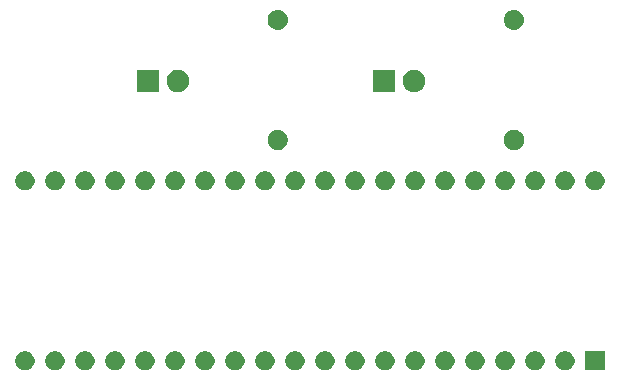
<source format=gbr>
G04 #@! TF.GenerationSoftware,KiCad,Pcbnew,(5.1.2)-2*
G04 #@! TF.CreationDate,2020-01-23T10:25:16+01:00*
G04 #@! TF.ProjectId,JoeyJoebags,4a6f6579-4a6f-4656-9261-67732e6b6963,rev?*
G04 #@! TF.SameCoordinates,Original*
G04 #@! TF.FileFunction,Soldermask,Bot*
G04 #@! TF.FilePolarity,Negative*
%FSLAX46Y46*%
G04 Gerber Fmt 4.6, Leading zero omitted, Abs format (unit mm)*
G04 Created by KiCad (PCBNEW (5.1.2)-2) date 2020-01-23 10:25:16*
%MOMM*%
%LPD*%
G04 APERTURE LIST*
%ADD10C,0.100000*%
G04 APERTURE END LIST*
D10*
G36*
X190829800Y-107700800D02*
G01*
X189204200Y-107700800D01*
X189204200Y-106075200D01*
X190829800Y-106075200D01*
X190829800Y-107700800D01*
X190829800Y-107700800D01*
G37*
G36*
X164854085Y-106106435D02*
G01*
X165002004Y-106167705D01*
X165002005Y-106167706D01*
X165135130Y-106256657D01*
X165248343Y-106369870D01*
X165248344Y-106369872D01*
X165337295Y-106502996D01*
X165398565Y-106650915D01*
X165429800Y-106807945D01*
X165429800Y-106968055D01*
X165398565Y-107125085D01*
X165337295Y-107273004D01*
X165337294Y-107273005D01*
X165248343Y-107406130D01*
X165135130Y-107519343D01*
X165068115Y-107564121D01*
X165002004Y-107608295D01*
X164854085Y-107669565D01*
X164697055Y-107700800D01*
X164536945Y-107700800D01*
X164379915Y-107669565D01*
X164231996Y-107608295D01*
X164165885Y-107564121D01*
X164098870Y-107519343D01*
X163985657Y-107406130D01*
X163896706Y-107273005D01*
X163896705Y-107273004D01*
X163835435Y-107125085D01*
X163804200Y-106968055D01*
X163804200Y-106807945D01*
X163835435Y-106650915D01*
X163896705Y-106502996D01*
X163985656Y-106369872D01*
X163985657Y-106369870D01*
X164098870Y-106256657D01*
X164231995Y-106167706D01*
X164231996Y-106167705D01*
X164379915Y-106106435D01*
X164536945Y-106075200D01*
X164697055Y-106075200D01*
X164854085Y-106106435D01*
X164854085Y-106106435D01*
G37*
G36*
X141994085Y-106106435D02*
G01*
X142142004Y-106167705D01*
X142142005Y-106167706D01*
X142275130Y-106256657D01*
X142388343Y-106369870D01*
X142388344Y-106369872D01*
X142477295Y-106502996D01*
X142538565Y-106650915D01*
X142569800Y-106807945D01*
X142569800Y-106968055D01*
X142538565Y-107125085D01*
X142477295Y-107273004D01*
X142477294Y-107273005D01*
X142388343Y-107406130D01*
X142275130Y-107519343D01*
X142208115Y-107564121D01*
X142142004Y-107608295D01*
X141994085Y-107669565D01*
X141837055Y-107700800D01*
X141676945Y-107700800D01*
X141519915Y-107669565D01*
X141371996Y-107608295D01*
X141305885Y-107564121D01*
X141238870Y-107519343D01*
X141125657Y-107406130D01*
X141036706Y-107273005D01*
X141036705Y-107273004D01*
X140975435Y-107125085D01*
X140944200Y-106968055D01*
X140944200Y-106807945D01*
X140975435Y-106650915D01*
X141036705Y-106502996D01*
X141125656Y-106369872D01*
X141125657Y-106369870D01*
X141238870Y-106256657D01*
X141371995Y-106167706D01*
X141371996Y-106167705D01*
X141519915Y-106106435D01*
X141676945Y-106075200D01*
X141837055Y-106075200D01*
X141994085Y-106106435D01*
X141994085Y-106106435D01*
G37*
G36*
X144534085Y-106106435D02*
G01*
X144682004Y-106167705D01*
X144682005Y-106167706D01*
X144815130Y-106256657D01*
X144928343Y-106369870D01*
X144928344Y-106369872D01*
X145017295Y-106502996D01*
X145078565Y-106650915D01*
X145109800Y-106807945D01*
X145109800Y-106968055D01*
X145078565Y-107125085D01*
X145017295Y-107273004D01*
X145017294Y-107273005D01*
X144928343Y-107406130D01*
X144815130Y-107519343D01*
X144748115Y-107564121D01*
X144682004Y-107608295D01*
X144534085Y-107669565D01*
X144377055Y-107700800D01*
X144216945Y-107700800D01*
X144059915Y-107669565D01*
X143911996Y-107608295D01*
X143845885Y-107564121D01*
X143778870Y-107519343D01*
X143665657Y-107406130D01*
X143576706Y-107273005D01*
X143576705Y-107273004D01*
X143515435Y-107125085D01*
X143484200Y-106968055D01*
X143484200Y-106807945D01*
X143515435Y-106650915D01*
X143576705Y-106502996D01*
X143665656Y-106369872D01*
X143665657Y-106369870D01*
X143778870Y-106256657D01*
X143911995Y-106167706D01*
X143911996Y-106167705D01*
X144059915Y-106106435D01*
X144216945Y-106075200D01*
X144377055Y-106075200D01*
X144534085Y-106106435D01*
X144534085Y-106106435D01*
G37*
G36*
X147074085Y-106106435D02*
G01*
X147222004Y-106167705D01*
X147222005Y-106167706D01*
X147355130Y-106256657D01*
X147468343Y-106369870D01*
X147468344Y-106369872D01*
X147557295Y-106502996D01*
X147618565Y-106650915D01*
X147649800Y-106807945D01*
X147649800Y-106968055D01*
X147618565Y-107125085D01*
X147557295Y-107273004D01*
X147557294Y-107273005D01*
X147468343Y-107406130D01*
X147355130Y-107519343D01*
X147288115Y-107564121D01*
X147222004Y-107608295D01*
X147074085Y-107669565D01*
X146917055Y-107700800D01*
X146756945Y-107700800D01*
X146599915Y-107669565D01*
X146451996Y-107608295D01*
X146385885Y-107564121D01*
X146318870Y-107519343D01*
X146205657Y-107406130D01*
X146116706Y-107273005D01*
X146116705Y-107273004D01*
X146055435Y-107125085D01*
X146024200Y-106968055D01*
X146024200Y-106807945D01*
X146055435Y-106650915D01*
X146116705Y-106502996D01*
X146205656Y-106369872D01*
X146205657Y-106369870D01*
X146318870Y-106256657D01*
X146451995Y-106167706D01*
X146451996Y-106167705D01*
X146599915Y-106106435D01*
X146756945Y-106075200D01*
X146917055Y-106075200D01*
X147074085Y-106106435D01*
X147074085Y-106106435D01*
G37*
G36*
X149614085Y-106106435D02*
G01*
X149762004Y-106167705D01*
X149762005Y-106167706D01*
X149895130Y-106256657D01*
X150008343Y-106369870D01*
X150008344Y-106369872D01*
X150097295Y-106502996D01*
X150158565Y-106650915D01*
X150189800Y-106807945D01*
X150189800Y-106968055D01*
X150158565Y-107125085D01*
X150097295Y-107273004D01*
X150097294Y-107273005D01*
X150008343Y-107406130D01*
X149895130Y-107519343D01*
X149828115Y-107564121D01*
X149762004Y-107608295D01*
X149614085Y-107669565D01*
X149457055Y-107700800D01*
X149296945Y-107700800D01*
X149139915Y-107669565D01*
X148991996Y-107608295D01*
X148925885Y-107564121D01*
X148858870Y-107519343D01*
X148745657Y-107406130D01*
X148656706Y-107273005D01*
X148656705Y-107273004D01*
X148595435Y-107125085D01*
X148564200Y-106968055D01*
X148564200Y-106807945D01*
X148595435Y-106650915D01*
X148656705Y-106502996D01*
X148745656Y-106369872D01*
X148745657Y-106369870D01*
X148858870Y-106256657D01*
X148991995Y-106167706D01*
X148991996Y-106167705D01*
X149139915Y-106106435D01*
X149296945Y-106075200D01*
X149457055Y-106075200D01*
X149614085Y-106106435D01*
X149614085Y-106106435D01*
G37*
G36*
X152154085Y-106106435D02*
G01*
X152302004Y-106167705D01*
X152302005Y-106167706D01*
X152435130Y-106256657D01*
X152548343Y-106369870D01*
X152548344Y-106369872D01*
X152637295Y-106502996D01*
X152698565Y-106650915D01*
X152729800Y-106807945D01*
X152729800Y-106968055D01*
X152698565Y-107125085D01*
X152637295Y-107273004D01*
X152637294Y-107273005D01*
X152548343Y-107406130D01*
X152435130Y-107519343D01*
X152368115Y-107564121D01*
X152302004Y-107608295D01*
X152154085Y-107669565D01*
X151997055Y-107700800D01*
X151836945Y-107700800D01*
X151679915Y-107669565D01*
X151531996Y-107608295D01*
X151465885Y-107564121D01*
X151398870Y-107519343D01*
X151285657Y-107406130D01*
X151196706Y-107273005D01*
X151196705Y-107273004D01*
X151135435Y-107125085D01*
X151104200Y-106968055D01*
X151104200Y-106807945D01*
X151135435Y-106650915D01*
X151196705Y-106502996D01*
X151285656Y-106369872D01*
X151285657Y-106369870D01*
X151398870Y-106256657D01*
X151531995Y-106167706D01*
X151531996Y-106167705D01*
X151679915Y-106106435D01*
X151836945Y-106075200D01*
X151997055Y-106075200D01*
X152154085Y-106106435D01*
X152154085Y-106106435D01*
G37*
G36*
X154694085Y-106106435D02*
G01*
X154842004Y-106167705D01*
X154842005Y-106167706D01*
X154975130Y-106256657D01*
X155088343Y-106369870D01*
X155088344Y-106369872D01*
X155177295Y-106502996D01*
X155238565Y-106650915D01*
X155269800Y-106807945D01*
X155269800Y-106968055D01*
X155238565Y-107125085D01*
X155177295Y-107273004D01*
X155177294Y-107273005D01*
X155088343Y-107406130D01*
X154975130Y-107519343D01*
X154908115Y-107564121D01*
X154842004Y-107608295D01*
X154694085Y-107669565D01*
X154537055Y-107700800D01*
X154376945Y-107700800D01*
X154219915Y-107669565D01*
X154071996Y-107608295D01*
X154005885Y-107564121D01*
X153938870Y-107519343D01*
X153825657Y-107406130D01*
X153736706Y-107273005D01*
X153736705Y-107273004D01*
X153675435Y-107125085D01*
X153644200Y-106968055D01*
X153644200Y-106807945D01*
X153675435Y-106650915D01*
X153736705Y-106502996D01*
X153825656Y-106369872D01*
X153825657Y-106369870D01*
X153938870Y-106256657D01*
X154071995Y-106167706D01*
X154071996Y-106167705D01*
X154219915Y-106106435D01*
X154376945Y-106075200D01*
X154537055Y-106075200D01*
X154694085Y-106106435D01*
X154694085Y-106106435D01*
G37*
G36*
X157234085Y-106106435D02*
G01*
X157382004Y-106167705D01*
X157382005Y-106167706D01*
X157515130Y-106256657D01*
X157628343Y-106369870D01*
X157628344Y-106369872D01*
X157717295Y-106502996D01*
X157778565Y-106650915D01*
X157809800Y-106807945D01*
X157809800Y-106968055D01*
X157778565Y-107125085D01*
X157717295Y-107273004D01*
X157717294Y-107273005D01*
X157628343Y-107406130D01*
X157515130Y-107519343D01*
X157448115Y-107564121D01*
X157382004Y-107608295D01*
X157234085Y-107669565D01*
X157077055Y-107700800D01*
X156916945Y-107700800D01*
X156759915Y-107669565D01*
X156611996Y-107608295D01*
X156545885Y-107564121D01*
X156478870Y-107519343D01*
X156365657Y-107406130D01*
X156276706Y-107273005D01*
X156276705Y-107273004D01*
X156215435Y-107125085D01*
X156184200Y-106968055D01*
X156184200Y-106807945D01*
X156215435Y-106650915D01*
X156276705Y-106502996D01*
X156365656Y-106369872D01*
X156365657Y-106369870D01*
X156478870Y-106256657D01*
X156611995Y-106167706D01*
X156611996Y-106167705D01*
X156759915Y-106106435D01*
X156916945Y-106075200D01*
X157077055Y-106075200D01*
X157234085Y-106106435D01*
X157234085Y-106106435D01*
G37*
G36*
X159774085Y-106106435D02*
G01*
X159922004Y-106167705D01*
X159922005Y-106167706D01*
X160055130Y-106256657D01*
X160168343Y-106369870D01*
X160168344Y-106369872D01*
X160257295Y-106502996D01*
X160318565Y-106650915D01*
X160349800Y-106807945D01*
X160349800Y-106968055D01*
X160318565Y-107125085D01*
X160257295Y-107273004D01*
X160257294Y-107273005D01*
X160168343Y-107406130D01*
X160055130Y-107519343D01*
X159988115Y-107564121D01*
X159922004Y-107608295D01*
X159774085Y-107669565D01*
X159617055Y-107700800D01*
X159456945Y-107700800D01*
X159299915Y-107669565D01*
X159151996Y-107608295D01*
X159085885Y-107564121D01*
X159018870Y-107519343D01*
X158905657Y-107406130D01*
X158816706Y-107273005D01*
X158816705Y-107273004D01*
X158755435Y-107125085D01*
X158724200Y-106968055D01*
X158724200Y-106807945D01*
X158755435Y-106650915D01*
X158816705Y-106502996D01*
X158905656Y-106369872D01*
X158905657Y-106369870D01*
X159018870Y-106256657D01*
X159151995Y-106167706D01*
X159151996Y-106167705D01*
X159299915Y-106106435D01*
X159456945Y-106075200D01*
X159617055Y-106075200D01*
X159774085Y-106106435D01*
X159774085Y-106106435D01*
G37*
G36*
X162314085Y-106106435D02*
G01*
X162462004Y-106167705D01*
X162462005Y-106167706D01*
X162595130Y-106256657D01*
X162708343Y-106369870D01*
X162708344Y-106369872D01*
X162797295Y-106502996D01*
X162858565Y-106650915D01*
X162889800Y-106807945D01*
X162889800Y-106968055D01*
X162858565Y-107125085D01*
X162797295Y-107273004D01*
X162797294Y-107273005D01*
X162708343Y-107406130D01*
X162595130Y-107519343D01*
X162528115Y-107564121D01*
X162462004Y-107608295D01*
X162314085Y-107669565D01*
X162157055Y-107700800D01*
X161996945Y-107700800D01*
X161839915Y-107669565D01*
X161691996Y-107608295D01*
X161625885Y-107564121D01*
X161558870Y-107519343D01*
X161445657Y-107406130D01*
X161356706Y-107273005D01*
X161356705Y-107273004D01*
X161295435Y-107125085D01*
X161264200Y-106968055D01*
X161264200Y-106807945D01*
X161295435Y-106650915D01*
X161356705Y-106502996D01*
X161445656Y-106369872D01*
X161445657Y-106369870D01*
X161558870Y-106256657D01*
X161691995Y-106167706D01*
X161691996Y-106167705D01*
X161839915Y-106106435D01*
X161996945Y-106075200D01*
X162157055Y-106075200D01*
X162314085Y-106106435D01*
X162314085Y-106106435D01*
G37*
G36*
X169934085Y-106106435D02*
G01*
X170082004Y-106167705D01*
X170082005Y-106167706D01*
X170215130Y-106256657D01*
X170328343Y-106369870D01*
X170328344Y-106369872D01*
X170417295Y-106502996D01*
X170478565Y-106650915D01*
X170509800Y-106807945D01*
X170509800Y-106968055D01*
X170478565Y-107125085D01*
X170417295Y-107273004D01*
X170417294Y-107273005D01*
X170328343Y-107406130D01*
X170215130Y-107519343D01*
X170148115Y-107564121D01*
X170082004Y-107608295D01*
X169934085Y-107669565D01*
X169777055Y-107700800D01*
X169616945Y-107700800D01*
X169459915Y-107669565D01*
X169311996Y-107608295D01*
X169245885Y-107564121D01*
X169178870Y-107519343D01*
X169065657Y-107406130D01*
X168976706Y-107273005D01*
X168976705Y-107273004D01*
X168915435Y-107125085D01*
X168884200Y-106968055D01*
X168884200Y-106807945D01*
X168915435Y-106650915D01*
X168976705Y-106502996D01*
X169065656Y-106369872D01*
X169065657Y-106369870D01*
X169178870Y-106256657D01*
X169311995Y-106167706D01*
X169311996Y-106167705D01*
X169459915Y-106106435D01*
X169616945Y-106075200D01*
X169777055Y-106075200D01*
X169934085Y-106106435D01*
X169934085Y-106106435D01*
G37*
G36*
X172474085Y-106106435D02*
G01*
X172622004Y-106167705D01*
X172622005Y-106167706D01*
X172755130Y-106256657D01*
X172868343Y-106369870D01*
X172868344Y-106369872D01*
X172957295Y-106502996D01*
X173018565Y-106650915D01*
X173049800Y-106807945D01*
X173049800Y-106968055D01*
X173018565Y-107125085D01*
X172957295Y-107273004D01*
X172957294Y-107273005D01*
X172868343Y-107406130D01*
X172755130Y-107519343D01*
X172688115Y-107564121D01*
X172622004Y-107608295D01*
X172474085Y-107669565D01*
X172317055Y-107700800D01*
X172156945Y-107700800D01*
X171999915Y-107669565D01*
X171851996Y-107608295D01*
X171785885Y-107564121D01*
X171718870Y-107519343D01*
X171605657Y-107406130D01*
X171516706Y-107273005D01*
X171516705Y-107273004D01*
X171455435Y-107125085D01*
X171424200Y-106968055D01*
X171424200Y-106807945D01*
X171455435Y-106650915D01*
X171516705Y-106502996D01*
X171605656Y-106369872D01*
X171605657Y-106369870D01*
X171718870Y-106256657D01*
X171851995Y-106167706D01*
X171851996Y-106167705D01*
X171999915Y-106106435D01*
X172156945Y-106075200D01*
X172317055Y-106075200D01*
X172474085Y-106106435D01*
X172474085Y-106106435D01*
G37*
G36*
X175014085Y-106106435D02*
G01*
X175162004Y-106167705D01*
X175162005Y-106167706D01*
X175295130Y-106256657D01*
X175408343Y-106369870D01*
X175408344Y-106369872D01*
X175497295Y-106502996D01*
X175558565Y-106650915D01*
X175589800Y-106807945D01*
X175589800Y-106968055D01*
X175558565Y-107125085D01*
X175497295Y-107273004D01*
X175497294Y-107273005D01*
X175408343Y-107406130D01*
X175295130Y-107519343D01*
X175228115Y-107564121D01*
X175162004Y-107608295D01*
X175014085Y-107669565D01*
X174857055Y-107700800D01*
X174696945Y-107700800D01*
X174539915Y-107669565D01*
X174391996Y-107608295D01*
X174325885Y-107564121D01*
X174258870Y-107519343D01*
X174145657Y-107406130D01*
X174056706Y-107273005D01*
X174056705Y-107273004D01*
X173995435Y-107125085D01*
X173964200Y-106968055D01*
X173964200Y-106807945D01*
X173995435Y-106650915D01*
X174056705Y-106502996D01*
X174145656Y-106369872D01*
X174145657Y-106369870D01*
X174258870Y-106256657D01*
X174391995Y-106167706D01*
X174391996Y-106167705D01*
X174539915Y-106106435D01*
X174696945Y-106075200D01*
X174857055Y-106075200D01*
X175014085Y-106106435D01*
X175014085Y-106106435D01*
G37*
G36*
X177554085Y-106106435D02*
G01*
X177702004Y-106167705D01*
X177702005Y-106167706D01*
X177835130Y-106256657D01*
X177948343Y-106369870D01*
X177948344Y-106369872D01*
X178037295Y-106502996D01*
X178098565Y-106650915D01*
X178129800Y-106807945D01*
X178129800Y-106968055D01*
X178098565Y-107125085D01*
X178037295Y-107273004D01*
X178037294Y-107273005D01*
X177948343Y-107406130D01*
X177835130Y-107519343D01*
X177768115Y-107564121D01*
X177702004Y-107608295D01*
X177554085Y-107669565D01*
X177397055Y-107700800D01*
X177236945Y-107700800D01*
X177079915Y-107669565D01*
X176931996Y-107608295D01*
X176865885Y-107564121D01*
X176798870Y-107519343D01*
X176685657Y-107406130D01*
X176596706Y-107273005D01*
X176596705Y-107273004D01*
X176535435Y-107125085D01*
X176504200Y-106968055D01*
X176504200Y-106807945D01*
X176535435Y-106650915D01*
X176596705Y-106502996D01*
X176685656Y-106369872D01*
X176685657Y-106369870D01*
X176798870Y-106256657D01*
X176931995Y-106167706D01*
X176931996Y-106167705D01*
X177079915Y-106106435D01*
X177236945Y-106075200D01*
X177397055Y-106075200D01*
X177554085Y-106106435D01*
X177554085Y-106106435D01*
G37*
G36*
X180094085Y-106106435D02*
G01*
X180242004Y-106167705D01*
X180242005Y-106167706D01*
X180375130Y-106256657D01*
X180488343Y-106369870D01*
X180488344Y-106369872D01*
X180577295Y-106502996D01*
X180638565Y-106650915D01*
X180669800Y-106807945D01*
X180669800Y-106968055D01*
X180638565Y-107125085D01*
X180577295Y-107273004D01*
X180577294Y-107273005D01*
X180488343Y-107406130D01*
X180375130Y-107519343D01*
X180308115Y-107564121D01*
X180242004Y-107608295D01*
X180094085Y-107669565D01*
X179937055Y-107700800D01*
X179776945Y-107700800D01*
X179619915Y-107669565D01*
X179471996Y-107608295D01*
X179405885Y-107564121D01*
X179338870Y-107519343D01*
X179225657Y-107406130D01*
X179136706Y-107273005D01*
X179136705Y-107273004D01*
X179075435Y-107125085D01*
X179044200Y-106968055D01*
X179044200Y-106807945D01*
X179075435Y-106650915D01*
X179136705Y-106502996D01*
X179225656Y-106369872D01*
X179225657Y-106369870D01*
X179338870Y-106256657D01*
X179471995Y-106167706D01*
X179471996Y-106167705D01*
X179619915Y-106106435D01*
X179776945Y-106075200D01*
X179937055Y-106075200D01*
X180094085Y-106106435D01*
X180094085Y-106106435D01*
G37*
G36*
X182634085Y-106106435D02*
G01*
X182782004Y-106167705D01*
X182782005Y-106167706D01*
X182915130Y-106256657D01*
X183028343Y-106369870D01*
X183028344Y-106369872D01*
X183117295Y-106502996D01*
X183178565Y-106650915D01*
X183209800Y-106807945D01*
X183209800Y-106968055D01*
X183178565Y-107125085D01*
X183117295Y-107273004D01*
X183117294Y-107273005D01*
X183028343Y-107406130D01*
X182915130Y-107519343D01*
X182848115Y-107564121D01*
X182782004Y-107608295D01*
X182634085Y-107669565D01*
X182477055Y-107700800D01*
X182316945Y-107700800D01*
X182159915Y-107669565D01*
X182011996Y-107608295D01*
X181945885Y-107564121D01*
X181878870Y-107519343D01*
X181765657Y-107406130D01*
X181676706Y-107273005D01*
X181676705Y-107273004D01*
X181615435Y-107125085D01*
X181584200Y-106968055D01*
X181584200Y-106807945D01*
X181615435Y-106650915D01*
X181676705Y-106502996D01*
X181765656Y-106369872D01*
X181765657Y-106369870D01*
X181878870Y-106256657D01*
X182011995Y-106167706D01*
X182011996Y-106167705D01*
X182159915Y-106106435D01*
X182316945Y-106075200D01*
X182477055Y-106075200D01*
X182634085Y-106106435D01*
X182634085Y-106106435D01*
G37*
G36*
X185174085Y-106106435D02*
G01*
X185322004Y-106167705D01*
X185322005Y-106167706D01*
X185455130Y-106256657D01*
X185568343Y-106369870D01*
X185568344Y-106369872D01*
X185657295Y-106502996D01*
X185718565Y-106650915D01*
X185749800Y-106807945D01*
X185749800Y-106968055D01*
X185718565Y-107125085D01*
X185657295Y-107273004D01*
X185657294Y-107273005D01*
X185568343Y-107406130D01*
X185455130Y-107519343D01*
X185388115Y-107564121D01*
X185322004Y-107608295D01*
X185174085Y-107669565D01*
X185017055Y-107700800D01*
X184856945Y-107700800D01*
X184699915Y-107669565D01*
X184551996Y-107608295D01*
X184485885Y-107564121D01*
X184418870Y-107519343D01*
X184305657Y-107406130D01*
X184216706Y-107273005D01*
X184216705Y-107273004D01*
X184155435Y-107125085D01*
X184124200Y-106968055D01*
X184124200Y-106807945D01*
X184155435Y-106650915D01*
X184216705Y-106502996D01*
X184305656Y-106369872D01*
X184305657Y-106369870D01*
X184418870Y-106256657D01*
X184551995Y-106167706D01*
X184551996Y-106167705D01*
X184699915Y-106106435D01*
X184856945Y-106075200D01*
X185017055Y-106075200D01*
X185174085Y-106106435D01*
X185174085Y-106106435D01*
G37*
G36*
X187714085Y-106106435D02*
G01*
X187862004Y-106167705D01*
X187862005Y-106167706D01*
X187995130Y-106256657D01*
X188108343Y-106369870D01*
X188108344Y-106369872D01*
X188197295Y-106502996D01*
X188258565Y-106650915D01*
X188289800Y-106807945D01*
X188289800Y-106968055D01*
X188258565Y-107125085D01*
X188197295Y-107273004D01*
X188197294Y-107273005D01*
X188108343Y-107406130D01*
X187995130Y-107519343D01*
X187928115Y-107564121D01*
X187862004Y-107608295D01*
X187714085Y-107669565D01*
X187557055Y-107700800D01*
X187396945Y-107700800D01*
X187239915Y-107669565D01*
X187091996Y-107608295D01*
X187025885Y-107564121D01*
X186958870Y-107519343D01*
X186845657Y-107406130D01*
X186756706Y-107273005D01*
X186756705Y-107273004D01*
X186695435Y-107125085D01*
X186664200Y-106968055D01*
X186664200Y-106807945D01*
X186695435Y-106650915D01*
X186756705Y-106502996D01*
X186845656Y-106369872D01*
X186845657Y-106369870D01*
X186958870Y-106256657D01*
X187091995Y-106167706D01*
X187091996Y-106167705D01*
X187239915Y-106106435D01*
X187396945Y-106075200D01*
X187557055Y-106075200D01*
X187714085Y-106106435D01*
X187714085Y-106106435D01*
G37*
G36*
X167394085Y-106106435D02*
G01*
X167542004Y-106167705D01*
X167542005Y-106167706D01*
X167675130Y-106256657D01*
X167788343Y-106369870D01*
X167788344Y-106369872D01*
X167877295Y-106502996D01*
X167938565Y-106650915D01*
X167969800Y-106807945D01*
X167969800Y-106968055D01*
X167938565Y-107125085D01*
X167877295Y-107273004D01*
X167877294Y-107273005D01*
X167788343Y-107406130D01*
X167675130Y-107519343D01*
X167608115Y-107564121D01*
X167542004Y-107608295D01*
X167394085Y-107669565D01*
X167237055Y-107700800D01*
X167076945Y-107700800D01*
X166919915Y-107669565D01*
X166771996Y-107608295D01*
X166705885Y-107564121D01*
X166638870Y-107519343D01*
X166525657Y-107406130D01*
X166436706Y-107273005D01*
X166436705Y-107273004D01*
X166375435Y-107125085D01*
X166344200Y-106968055D01*
X166344200Y-106807945D01*
X166375435Y-106650915D01*
X166436705Y-106502996D01*
X166525656Y-106369872D01*
X166525657Y-106369870D01*
X166638870Y-106256657D01*
X166771995Y-106167706D01*
X166771996Y-106167705D01*
X166919915Y-106106435D01*
X167076945Y-106075200D01*
X167237055Y-106075200D01*
X167394085Y-106106435D01*
X167394085Y-106106435D01*
G37*
G36*
X164854085Y-90866435D02*
G01*
X165002004Y-90927705D01*
X165002005Y-90927706D01*
X165135130Y-91016657D01*
X165248343Y-91129870D01*
X165248344Y-91129872D01*
X165337295Y-91262996D01*
X165398565Y-91410915D01*
X165429800Y-91567945D01*
X165429800Y-91728055D01*
X165398565Y-91885085D01*
X165337295Y-92033004D01*
X165337294Y-92033005D01*
X165248343Y-92166130D01*
X165135130Y-92279343D01*
X165068115Y-92324121D01*
X165002004Y-92368295D01*
X164854085Y-92429565D01*
X164697055Y-92460800D01*
X164536945Y-92460800D01*
X164379915Y-92429565D01*
X164231996Y-92368295D01*
X164165885Y-92324121D01*
X164098870Y-92279343D01*
X163985657Y-92166130D01*
X163896706Y-92033005D01*
X163896705Y-92033004D01*
X163835435Y-91885085D01*
X163804200Y-91728055D01*
X163804200Y-91567945D01*
X163835435Y-91410915D01*
X163896705Y-91262996D01*
X163985656Y-91129872D01*
X163985657Y-91129870D01*
X164098870Y-91016657D01*
X164231995Y-90927706D01*
X164231996Y-90927705D01*
X164379915Y-90866435D01*
X164536945Y-90835200D01*
X164697055Y-90835200D01*
X164854085Y-90866435D01*
X164854085Y-90866435D01*
G37*
G36*
X162314085Y-90866435D02*
G01*
X162462004Y-90927705D01*
X162462005Y-90927706D01*
X162595130Y-91016657D01*
X162708343Y-91129870D01*
X162708344Y-91129872D01*
X162797295Y-91262996D01*
X162858565Y-91410915D01*
X162889800Y-91567945D01*
X162889800Y-91728055D01*
X162858565Y-91885085D01*
X162797295Y-92033004D01*
X162797294Y-92033005D01*
X162708343Y-92166130D01*
X162595130Y-92279343D01*
X162528115Y-92324121D01*
X162462004Y-92368295D01*
X162314085Y-92429565D01*
X162157055Y-92460800D01*
X161996945Y-92460800D01*
X161839915Y-92429565D01*
X161691996Y-92368295D01*
X161625885Y-92324121D01*
X161558870Y-92279343D01*
X161445657Y-92166130D01*
X161356706Y-92033005D01*
X161356705Y-92033004D01*
X161295435Y-91885085D01*
X161264200Y-91728055D01*
X161264200Y-91567945D01*
X161295435Y-91410915D01*
X161356705Y-91262996D01*
X161445656Y-91129872D01*
X161445657Y-91129870D01*
X161558870Y-91016657D01*
X161691995Y-90927706D01*
X161691996Y-90927705D01*
X161839915Y-90866435D01*
X161996945Y-90835200D01*
X162157055Y-90835200D01*
X162314085Y-90866435D01*
X162314085Y-90866435D01*
G37*
G36*
X159774085Y-90866435D02*
G01*
X159922004Y-90927705D01*
X159922005Y-90927706D01*
X160055130Y-91016657D01*
X160168343Y-91129870D01*
X160168344Y-91129872D01*
X160257295Y-91262996D01*
X160318565Y-91410915D01*
X160349800Y-91567945D01*
X160349800Y-91728055D01*
X160318565Y-91885085D01*
X160257295Y-92033004D01*
X160257294Y-92033005D01*
X160168343Y-92166130D01*
X160055130Y-92279343D01*
X159988115Y-92324121D01*
X159922004Y-92368295D01*
X159774085Y-92429565D01*
X159617055Y-92460800D01*
X159456945Y-92460800D01*
X159299915Y-92429565D01*
X159151996Y-92368295D01*
X159085885Y-92324121D01*
X159018870Y-92279343D01*
X158905657Y-92166130D01*
X158816706Y-92033005D01*
X158816705Y-92033004D01*
X158755435Y-91885085D01*
X158724200Y-91728055D01*
X158724200Y-91567945D01*
X158755435Y-91410915D01*
X158816705Y-91262996D01*
X158905656Y-91129872D01*
X158905657Y-91129870D01*
X159018870Y-91016657D01*
X159151995Y-90927706D01*
X159151996Y-90927705D01*
X159299915Y-90866435D01*
X159456945Y-90835200D01*
X159617055Y-90835200D01*
X159774085Y-90866435D01*
X159774085Y-90866435D01*
G37*
G36*
X157234085Y-90866435D02*
G01*
X157382004Y-90927705D01*
X157382005Y-90927706D01*
X157515130Y-91016657D01*
X157628343Y-91129870D01*
X157628344Y-91129872D01*
X157717295Y-91262996D01*
X157778565Y-91410915D01*
X157809800Y-91567945D01*
X157809800Y-91728055D01*
X157778565Y-91885085D01*
X157717295Y-92033004D01*
X157717294Y-92033005D01*
X157628343Y-92166130D01*
X157515130Y-92279343D01*
X157448115Y-92324121D01*
X157382004Y-92368295D01*
X157234085Y-92429565D01*
X157077055Y-92460800D01*
X156916945Y-92460800D01*
X156759915Y-92429565D01*
X156611996Y-92368295D01*
X156545885Y-92324121D01*
X156478870Y-92279343D01*
X156365657Y-92166130D01*
X156276706Y-92033005D01*
X156276705Y-92033004D01*
X156215435Y-91885085D01*
X156184200Y-91728055D01*
X156184200Y-91567945D01*
X156215435Y-91410915D01*
X156276705Y-91262996D01*
X156365656Y-91129872D01*
X156365657Y-91129870D01*
X156478870Y-91016657D01*
X156611995Y-90927706D01*
X156611996Y-90927705D01*
X156759915Y-90866435D01*
X156916945Y-90835200D01*
X157077055Y-90835200D01*
X157234085Y-90866435D01*
X157234085Y-90866435D01*
G37*
G36*
X154694085Y-90866435D02*
G01*
X154842004Y-90927705D01*
X154842005Y-90927706D01*
X154975130Y-91016657D01*
X155088343Y-91129870D01*
X155088344Y-91129872D01*
X155177295Y-91262996D01*
X155238565Y-91410915D01*
X155269800Y-91567945D01*
X155269800Y-91728055D01*
X155238565Y-91885085D01*
X155177295Y-92033004D01*
X155177294Y-92033005D01*
X155088343Y-92166130D01*
X154975130Y-92279343D01*
X154908115Y-92324121D01*
X154842004Y-92368295D01*
X154694085Y-92429565D01*
X154537055Y-92460800D01*
X154376945Y-92460800D01*
X154219915Y-92429565D01*
X154071996Y-92368295D01*
X154005885Y-92324121D01*
X153938870Y-92279343D01*
X153825657Y-92166130D01*
X153736706Y-92033005D01*
X153736705Y-92033004D01*
X153675435Y-91885085D01*
X153644200Y-91728055D01*
X153644200Y-91567945D01*
X153675435Y-91410915D01*
X153736705Y-91262996D01*
X153825656Y-91129872D01*
X153825657Y-91129870D01*
X153938870Y-91016657D01*
X154071995Y-90927706D01*
X154071996Y-90927705D01*
X154219915Y-90866435D01*
X154376945Y-90835200D01*
X154537055Y-90835200D01*
X154694085Y-90866435D01*
X154694085Y-90866435D01*
G37*
G36*
X185174085Y-90866435D02*
G01*
X185322004Y-90927705D01*
X185322005Y-90927706D01*
X185455130Y-91016657D01*
X185568343Y-91129870D01*
X185568344Y-91129872D01*
X185657295Y-91262996D01*
X185718565Y-91410915D01*
X185749800Y-91567945D01*
X185749800Y-91728055D01*
X185718565Y-91885085D01*
X185657295Y-92033004D01*
X185657294Y-92033005D01*
X185568343Y-92166130D01*
X185455130Y-92279343D01*
X185388115Y-92324121D01*
X185322004Y-92368295D01*
X185174085Y-92429565D01*
X185017055Y-92460800D01*
X184856945Y-92460800D01*
X184699915Y-92429565D01*
X184551996Y-92368295D01*
X184485885Y-92324121D01*
X184418870Y-92279343D01*
X184305657Y-92166130D01*
X184216706Y-92033005D01*
X184216705Y-92033004D01*
X184155435Y-91885085D01*
X184124200Y-91728055D01*
X184124200Y-91567945D01*
X184155435Y-91410915D01*
X184216705Y-91262996D01*
X184305656Y-91129872D01*
X184305657Y-91129870D01*
X184418870Y-91016657D01*
X184551995Y-90927706D01*
X184551996Y-90927705D01*
X184699915Y-90866435D01*
X184856945Y-90835200D01*
X185017055Y-90835200D01*
X185174085Y-90866435D01*
X185174085Y-90866435D01*
G37*
G36*
X152154085Y-90866435D02*
G01*
X152302004Y-90927705D01*
X152302005Y-90927706D01*
X152435130Y-91016657D01*
X152548343Y-91129870D01*
X152548344Y-91129872D01*
X152637295Y-91262996D01*
X152698565Y-91410915D01*
X152729800Y-91567945D01*
X152729800Y-91728055D01*
X152698565Y-91885085D01*
X152637295Y-92033004D01*
X152637294Y-92033005D01*
X152548343Y-92166130D01*
X152435130Y-92279343D01*
X152368115Y-92324121D01*
X152302004Y-92368295D01*
X152154085Y-92429565D01*
X151997055Y-92460800D01*
X151836945Y-92460800D01*
X151679915Y-92429565D01*
X151531996Y-92368295D01*
X151465885Y-92324121D01*
X151398870Y-92279343D01*
X151285657Y-92166130D01*
X151196706Y-92033005D01*
X151196705Y-92033004D01*
X151135435Y-91885085D01*
X151104200Y-91728055D01*
X151104200Y-91567945D01*
X151135435Y-91410915D01*
X151196705Y-91262996D01*
X151285656Y-91129872D01*
X151285657Y-91129870D01*
X151398870Y-91016657D01*
X151531995Y-90927706D01*
X151531996Y-90927705D01*
X151679915Y-90866435D01*
X151836945Y-90835200D01*
X151997055Y-90835200D01*
X152154085Y-90866435D01*
X152154085Y-90866435D01*
G37*
G36*
X149614085Y-90866435D02*
G01*
X149762004Y-90927705D01*
X149762005Y-90927706D01*
X149895130Y-91016657D01*
X150008343Y-91129870D01*
X150008344Y-91129872D01*
X150097295Y-91262996D01*
X150158565Y-91410915D01*
X150189800Y-91567945D01*
X150189800Y-91728055D01*
X150158565Y-91885085D01*
X150097295Y-92033004D01*
X150097294Y-92033005D01*
X150008343Y-92166130D01*
X149895130Y-92279343D01*
X149828115Y-92324121D01*
X149762004Y-92368295D01*
X149614085Y-92429565D01*
X149457055Y-92460800D01*
X149296945Y-92460800D01*
X149139915Y-92429565D01*
X148991996Y-92368295D01*
X148925885Y-92324121D01*
X148858870Y-92279343D01*
X148745657Y-92166130D01*
X148656706Y-92033005D01*
X148656705Y-92033004D01*
X148595435Y-91885085D01*
X148564200Y-91728055D01*
X148564200Y-91567945D01*
X148595435Y-91410915D01*
X148656705Y-91262996D01*
X148745656Y-91129872D01*
X148745657Y-91129870D01*
X148858870Y-91016657D01*
X148991995Y-90927706D01*
X148991996Y-90927705D01*
X149139915Y-90866435D01*
X149296945Y-90835200D01*
X149457055Y-90835200D01*
X149614085Y-90866435D01*
X149614085Y-90866435D01*
G37*
G36*
X147074085Y-90866435D02*
G01*
X147222004Y-90927705D01*
X147222005Y-90927706D01*
X147355130Y-91016657D01*
X147468343Y-91129870D01*
X147468344Y-91129872D01*
X147557295Y-91262996D01*
X147618565Y-91410915D01*
X147649800Y-91567945D01*
X147649800Y-91728055D01*
X147618565Y-91885085D01*
X147557295Y-92033004D01*
X147557294Y-92033005D01*
X147468343Y-92166130D01*
X147355130Y-92279343D01*
X147288115Y-92324121D01*
X147222004Y-92368295D01*
X147074085Y-92429565D01*
X146917055Y-92460800D01*
X146756945Y-92460800D01*
X146599915Y-92429565D01*
X146451996Y-92368295D01*
X146385885Y-92324121D01*
X146318870Y-92279343D01*
X146205657Y-92166130D01*
X146116706Y-92033005D01*
X146116705Y-92033004D01*
X146055435Y-91885085D01*
X146024200Y-91728055D01*
X146024200Y-91567945D01*
X146055435Y-91410915D01*
X146116705Y-91262996D01*
X146205656Y-91129872D01*
X146205657Y-91129870D01*
X146318870Y-91016657D01*
X146451995Y-90927706D01*
X146451996Y-90927705D01*
X146599915Y-90866435D01*
X146756945Y-90835200D01*
X146917055Y-90835200D01*
X147074085Y-90866435D01*
X147074085Y-90866435D01*
G37*
G36*
X144534085Y-90866435D02*
G01*
X144682004Y-90927705D01*
X144682005Y-90927706D01*
X144815130Y-91016657D01*
X144928343Y-91129870D01*
X144928344Y-91129872D01*
X145017295Y-91262996D01*
X145078565Y-91410915D01*
X145109800Y-91567945D01*
X145109800Y-91728055D01*
X145078565Y-91885085D01*
X145017295Y-92033004D01*
X145017294Y-92033005D01*
X144928343Y-92166130D01*
X144815130Y-92279343D01*
X144748115Y-92324121D01*
X144682004Y-92368295D01*
X144534085Y-92429565D01*
X144377055Y-92460800D01*
X144216945Y-92460800D01*
X144059915Y-92429565D01*
X143911996Y-92368295D01*
X143845885Y-92324121D01*
X143778870Y-92279343D01*
X143665657Y-92166130D01*
X143576706Y-92033005D01*
X143576705Y-92033004D01*
X143515435Y-91885085D01*
X143484200Y-91728055D01*
X143484200Y-91567945D01*
X143515435Y-91410915D01*
X143576705Y-91262996D01*
X143665656Y-91129872D01*
X143665657Y-91129870D01*
X143778870Y-91016657D01*
X143911995Y-90927706D01*
X143911996Y-90927705D01*
X144059915Y-90866435D01*
X144216945Y-90835200D01*
X144377055Y-90835200D01*
X144534085Y-90866435D01*
X144534085Y-90866435D01*
G37*
G36*
X172474085Y-90866435D02*
G01*
X172622004Y-90927705D01*
X172622005Y-90927706D01*
X172755130Y-91016657D01*
X172868343Y-91129870D01*
X172868344Y-91129872D01*
X172957295Y-91262996D01*
X173018565Y-91410915D01*
X173049800Y-91567945D01*
X173049800Y-91728055D01*
X173018565Y-91885085D01*
X172957295Y-92033004D01*
X172957294Y-92033005D01*
X172868343Y-92166130D01*
X172755130Y-92279343D01*
X172688115Y-92324121D01*
X172622004Y-92368295D01*
X172474085Y-92429565D01*
X172317055Y-92460800D01*
X172156945Y-92460800D01*
X171999915Y-92429565D01*
X171851996Y-92368295D01*
X171785885Y-92324121D01*
X171718870Y-92279343D01*
X171605657Y-92166130D01*
X171516706Y-92033005D01*
X171516705Y-92033004D01*
X171455435Y-91885085D01*
X171424200Y-91728055D01*
X171424200Y-91567945D01*
X171455435Y-91410915D01*
X171516705Y-91262996D01*
X171605656Y-91129872D01*
X171605657Y-91129870D01*
X171718870Y-91016657D01*
X171851995Y-90927706D01*
X171851996Y-90927705D01*
X171999915Y-90866435D01*
X172156945Y-90835200D01*
X172317055Y-90835200D01*
X172474085Y-90866435D01*
X172474085Y-90866435D01*
G37*
G36*
X141994085Y-90866435D02*
G01*
X142142004Y-90927705D01*
X142142005Y-90927706D01*
X142275130Y-91016657D01*
X142388343Y-91129870D01*
X142388344Y-91129872D01*
X142477295Y-91262996D01*
X142538565Y-91410915D01*
X142569800Y-91567945D01*
X142569800Y-91728055D01*
X142538565Y-91885085D01*
X142477295Y-92033004D01*
X142477294Y-92033005D01*
X142388343Y-92166130D01*
X142275130Y-92279343D01*
X142208115Y-92324121D01*
X142142004Y-92368295D01*
X141994085Y-92429565D01*
X141837055Y-92460800D01*
X141676945Y-92460800D01*
X141519915Y-92429565D01*
X141371996Y-92368295D01*
X141305885Y-92324121D01*
X141238870Y-92279343D01*
X141125657Y-92166130D01*
X141036706Y-92033005D01*
X141036705Y-92033004D01*
X140975435Y-91885085D01*
X140944200Y-91728055D01*
X140944200Y-91567945D01*
X140975435Y-91410915D01*
X141036705Y-91262996D01*
X141125656Y-91129872D01*
X141125657Y-91129870D01*
X141238870Y-91016657D01*
X141371995Y-90927706D01*
X141371996Y-90927705D01*
X141519915Y-90866435D01*
X141676945Y-90835200D01*
X141837055Y-90835200D01*
X141994085Y-90866435D01*
X141994085Y-90866435D01*
G37*
G36*
X167394085Y-90866435D02*
G01*
X167542004Y-90927705D01*
X167542005Y-90927706D01*
X167675130Y-91016657D01*
X167788343Y-91129870D01*
X167788344Y-91129872D01*
X167877295Y-91262996D01*
X167938565Y-91410915D01*
X167969800Y-91567945D01*
X167969800Y-91728055D01*
X167938565Y-91885085D01*
X167877295Y-92033004D01*
X167877294Y-92033005D01*
X167788343Y-92166130D01*
X167675130Y-92279343D01*
X167608115Y-92324121D01*
X167542004Y-92368295D01*
X167394085Y-92429565D01*
X167237055Y-92460800D01*
X167076945Y-92460800D01*
X166919915Y-92429565D01*
X166771996Y-92368295D01*
X166705885Y-92324121D01*
X166638870Y-92279343D01*
X166525657Y-92166130D01*
X166436706Y-92033005D01*
X166436705Y-92033004D01*
X166375435Y-91885085D01*
X166344200Y-91728055D01*
X166344200Y-91567945D01*
X166375435Y-91410915D01*
X166436705Y-91262996D01*
X166525656Y-91129872D01*
X166525657Y-91129870D01*
X166638870Y-91016657D01*
X166771995Y-90927706D01*
X166771996Y-90927705D01*
X166919915Y-90866435D01*
X167076945Y-90835200D01*
X167237055Y-90835200D01*
X167394085Y-90866435D01*
X167394085Y-90866435D01*
G37*
G36*
X190254085Y-90866435D02*
G01*
X190402004Y-90927705D01*
X190402005Y-90927706D01*
X190535130Y-91016657D01*
X190648343Y-91129870D01*
X190648344Y-91129872D01*
X190737295Y-91262996D01*
X190798565Y-91410915D01*
X190829800Y-91567945D01*
X190829800Y-91728055D01*
X190798565Y-91885085D01*
X190737295Y-92033004D01*
X190737294Y-92033005D01*
X190648343Y-92166130D01*
X190535130Y-92279343D01*
X190468115Y-92324121D01*
X190402004Y-92368295D01*
X190254085Y-92429565D01*
X190097055Y-92460800D01*
X189936945Y-92460800D01*
X189779915Y-92429565D01*
X189631996Y-92368295D01*
X189565885Y-92324121D01*
X189498870Y-92279343D01*
X189385657Y-92166130D01*
X189296706Y-92033005D01*
X189296705Y-92033004D01*
X189235435Y-91885085D01*
X189204200Y-91728055D01*
X189204200Y-91567945D01*
X189235435Y-91410915D01*
X189296705Y-91262996D01*
X189385656Y-91129872D01*
X189385657Y-91129870D01*
X189498870Y-91016657D01*
X189631995Y-90927706D01*
X189631996Y-90927705D01*
X189779915Y-90866435D01*
X189936945Y-90835200D01*
X190097055Y-90835200D01*
X190254085Y-90866435D01*
X190254085Y-90866435D01*
G37*
G36*
X187714085Y-90866435D02*
G01*
X187862004Y-90927705D01*
X187862005Y-90927706D01*
X187995130Y-91016657D01*
X188108343Y-91129870D01*
X188108344Y-91129872D01*
X188197295Y-91262996D01*
X188258565Y-91410915D01*
X188289800Y-91567945D01*
X188289800Y-91728055D01*
X188258565Y-91885085D01*
X188197295Y-92033004D01*
X188197294Y-92033005D01*
X188108343Y-92166130D01*
X187995130Y-92279343D01*
X187928115Y-92324121D01*
X187862004Y-92368295D01*
X187714085Y-92429565D01*
X187557055Y-92460800D01*
X187396945Y-92460800D01*
X187239915Y-92429565D01*
X187091996Y-92368295D01*
X187025885Y-92324121D01*
X186958870Y-92279343D01*
X186845657Y-92166130D01*
X186756706Y-92033005D01*
X186756705Y-92033004D01*
X186695435Y-91885085D01*
X186664200Y-91728055D01*
X186664200Y-91567945D01*
X186695435Y-91410915D01*
X186756705Y-91262996D01*
X186845656Y-91129872D01*
X186845657Y-91129870D01*
X186958870Y-91016657D01*
X187091995Y-90927706D01*
X187091996Y-90927705D01*
X187239915Y-90866435D01*
X187396945Y-90835200D01*
X187557055Y-90835200D01*
X187714085Y-90866435D01*
X187714085Y-90866435D01*
G37*
G36*
X182634085Y-90866435D02*
G01*
X182782004Y-90927705D01*
X182782005Y-90927706D01*
X182915130Y-91016657D01*
X183028343Y-91129870D01*
X183028344Y-91129872D01*
X183117295Y-91262996D01*
X183178565Y-91410915D01*
X183209800Y-91567945D01*
X183209800Y-91728055D01*
X183178565Y-91885085D01*
X183117295Y-92033004D01*
X183117294Y-92033005D01*
X183028343Y-92166130D01*
X182915130Y-92279343D01*
X182848115Y-92324121D01*
X182782004Y-92368295D01*
X182634085Y-92429565D01*
X182477055Y-92460800D01*
X182316945Y-92460800D01*
X182159915Y-92429565D01*
X182011996Y-92368295D01*
X181945885Y-92324121D01*
X181878870Y-92279343D01*
X181765657Y-92166130D01*
X181676706Y-92033005D01*
X181676705Y-92033004D01*
X181615435Y-91885085D01*
X181584200Y-91728055D01*
X181584200Y-91567945D01*
X181615435Y-91410915D01*
X181676705Y-91262996D01*
X181765656Y-91129872D01*
X181765657Y-91129870D01*
X181878870Y-91016657D01*
X182011995Y-90927706D01*
X182011996Y-90927705D01*
X182159915Y-90866435D01*
X182316945Y-90835200D01*
X182477055Y-90835200D01*
X182634085Y-90866435D01*
X182634085Y-90866435D01*
G37*
G36*
X180094085Y-90866435D02*
G01*
X180242004Y-90927705D01*
X180242005Y-90927706D01*
X180375130Y-91016657D01*
X180488343Y-91129870D01*
X180488344Y-91129872D01*
X180577295Y-91262996D01*
X180638565Y-91410915D01*
X180669800Y-91567945D01*
X180669800Y-91728055D01*
X180638565Y-91885085D01*
X180577295Y-92033004D01*
X180577294Y-92033005D01*
X180488343Y-92166130D01*
X180375130Y-92279343D01*
X180308115Y-92324121D01*
X180242004Y-92368295D01*
X180094085Y-92429565D01*
X179937055Y-92460800D01*
X179776945Y-92460800D01*
X179619915Y-92429565D01*
X179471996Y-92368295D01*
X179405885Y-92324121D01*
X179338870Y-92279343D01*
X179225657Y-92166130D01*
X179136706Y-92033005D01*
X179136705Y-92033004D01*
X179075435Y-91885085D01*
X179044200Y-91728055D01*
X179044200Y-91567945D01*
X179075435Y-91410915D01*
X179136705Y-91262996D01*
X179225656Y-91129872D01*
X179225657Y-91129870D01*
X179338870Y-91016657D01*
X179471995Y-90927706D01*
X179471996Y-90927705D01*
X179619915Y-90866435D01*
X179776945Y-90835200D01*
X179937055Y-90835200D01*
X180094085Y-90866435D01*
X180094085Y-90866435D01*
G37*
G36*
X177554085Y-90866435D02*
G01*
X177702004Y-90927705D01*
X177702005Y-90927706D01*
X177835130Y-91016657D01*
X177948343Y-91129870D01*
X177948344Y-91129872D01*
X178037295Y-91262996D01*
X178098565Y-91410915D01*
X178129800Y-91567945D01*
X178129800Y-91728055D01*
X178098565Y-91885085D01*
X178037295Y-92033004D01*
X178037294Y-92033005D01*
X177948343Y-92166130D01*
X177835130Y-92279343D01*
X177768115Y-92324121D01*
X177702004Y-92368295D01*
X177554085Y-92429565D01*
X177397055Y-92460800D01*
X177236945Y-92460800D01*
X177079915Y-92429565D01*
X176931996Y-92368295D01*
X176865885Y-92324121D01*
X176798870Y-92279343D01*
X176685657Y-92166130D01*
X176596706Y-92033005D01*
X176596705Y-92033004D01*
X176535435Y-91885085D01*
X176504200Y-91728055D01*
X176504200Y-91567945D01*
X176535435Y-91410915D01*
X176596705Y-91262996D01*
X176685656Y-91129872D01*
X176685657Y-91129870D01*
X176798870Y-91016657D01*
X176931995Y-90927706D01*
X176931996Y-90927705D01*
X177079915Y-90866435D01*
X177236945Y-90835200D01*
X177397055Y-90835200D01*
X177554085Y-90866435D01*
X177554085Y-90866435D01*
G37*
G36*
X175014085Y-90866435D02*
G01*
X175162004Y-90927705D01*
X175162005Y-90927706D01*
X175295130Y-91016657D01*
X175408343Y-91129870D01*
X175408344Y-91129872D01*
X175497295Y-91262996D01*
X175558565Y-91410915D01*
X175589800Y-91567945D01*
X175589800Y-91728055D01*
X175558565Y-91885085D01*
X175497295Y-92033004D01*
X175497294Y-92033005D01*
X175408343Y-92166130D01*
X175295130Y-92279343D01*
X175228115Y-92324121D01*
X175162004Y-92368295D01*
X175014085Y-92429565D01*
X174857055Y-92460800D01*
X174696945Y-92460800D01*
X174539915Y-92429565D01*
X174391996Y-92368295D01*
X174325885Y-92324121D01*
X174258870Y-92279343D01*
X174145657Y-92166130D01*
X174056706Y-92033005D01*
X174056705Y-92033004D01*
X173995435Y-91885085D01*
X173964200Y-91728055D01*
X173964200Y-91567945D01*
X173995435Y-91410915D01*
X174056705Y-91262996D01*
X174145656Y-91129872D01*
X174145657Y-91129870D01*
X174258870Y-91016657D01*
X174391995Y-90927706D01*
X174391996Y-90927705D01*
X174539915Y-90866435D01*
X174696945Y-90835200D01*
X174857055Y-90835200D01*
X175014085Y-90866435D01*
X175014085Y-90866435D01*
G37*
G36*
X169934085Y-90866435D02*
G01*
X170082004Y-90927705D01*
X170082005Y-90927706D01*
X170215130Y-91016657D01*
X170328343Y-91129870D01*
X170328344Y-91129872D01*
X170417295Y-91262996D01*
X170478565Y-91410915D01*
X170509800Y-91567945D01*
X170509800Y-91728055D01*
X170478565Y-91885085D01*
X170417295Y-92033004D01*
X170417294Y-92033005D01*
X170328343Y-92166130D01*
X170215130Y-92279343D01*
X170148115Y-92324121D01*
X170082004Y-92368295D01*
X169934085Y-92429565D01*
X169777055Y-92460800D01*
X169616945Y-92460800D01*
X169459915Y-92429565D01*
X169311996Y-92368295D01*
X169245885Y-92324121D01*
X169178870Y-92279343D01*
X169065657Y-92166130D01*
X168976706Y-92033005D01*
X168976705Y-92033004D01*
X168915435Y-91885085D01*
X168884200Y-91728055D01*
X168884200Y-91567945D01*
X168915435Y-91410915D01*
X168976705Y-91262996D01*
X169065656Y-91129872D01*
X169065657Y-91129870D01*
X169178870Y-91016657D01*
X169311995Y-90927706D01*
X169311996Y-90927705D01*
X169459915Y-90866435D01*
X169616945Y-90835200D01*
X169777055Y-90835200D01*
X169934085Y-90866435D01*
X169934085Y-90866435D01*
G37*
G36*
X183400169Y-87365595D02*
G01*
X183555005Y-87429731D01*
X183694354Y-87522840D01*
X183812860Y-87641346D01*
X183905969Y-87780695D01*
X183970105Y-87935531D01*
X184002800Y-88099903D01*
X184002800Y-88267497D01*
X183970105Y-88431869D01*
X183905969Y-88586705D01*
X183812860Y-88726054D01*
X183694354Y-88844560D01*
X183555005Y-88937669D01*
X183400169Y-89001805D01*
X183235797Y-89034500D01*
X183068203Y-89034500D01*
X182903831Y-89001805D01*
X182748995Y-88937669D01*
X182609646Y-88844560D01*
X182491140Y-88726054D01*
X182398031Y-88586705D01*
X182333895Y-88431869D01*
X182301200Y-88267497D01*
X182301200Y-88099903D01*
X182333895Y-87935531D01*
X182398031Y-87780695D01*
X182491140Y-87641346D01*
X182609646Y-87522840D01*
X182748995Y-87429731D01*
X182903831Y-87365595D01*
X183068203Y-87332900D01*
X183235797Y-87332900D01*
X183400169Y-87365595D01*
X183400169Y-87365595D01*
G37*
G36*
X163400169Y-87365595D02*
G01*
X163555005Y-87429731D01*
X163694354Y-87522840D01*
X163812860Y-87641346D01*
X163905969Y-87780695D01*
X163970105Y-87935531D01*
X164002800Y-88099903D01*
X164002800Y-88267497D01*
X163970105Y-88431869D01*
X163905969Y-88586705D01*
X163812860Y-88726054D01*
X163694354Y-88844560D01*
X163555005Y-88937669D01*
X163400169Y-89001805D01*
X163235797Y-89034500D01*
X163068203Y-89034500D01*
X162903831Y-89001805D01*
X162748995Y-88937669D01*
X162609646Y-88844560D01*
X162491140Y-88726054D01*
X162398031Y-88586705D01*
X162333895Y-88431869D01*
X162301200Y-88267497D01*
X162301200Y-88099903D01*
X162333895Y-87935531D01*
X162398031Y-87780695D01*
X162491140Y-87641346D01*
X162609646Y-87522840D01*
X162748995Y-87429731D01*
X162903831Y-87365595D01*
X163068203Y-87332900D01*
X163235797Y-87332900D01*
X163400169Y-87365595D01*
X163400169Y-87365595D01*
G37*
G36*
X174969338Y-82269438D02*
G01*
X175142373Y-82341112D01*
X175298100Y-82445165D01*
X175430535Y-82577600D01*
X175534588Y-82733327D01*
X175606262Y-82906362D01*
X175642800Y-83090054D01*
X175642800Y-83277346D01*
X175606262Y-83461038D01*
X175534588Y-83634073D01*
X175430535Y-83789800D01*
X175298100Y-83922235D01*
X175142373Y-84026288D01*
X174969338Y-84097962D01*
X174785646Y-84134500D01*
X174598354Y-84134500D01*
X174414662Y-84097962D01*
X174241627Y-84026288D01*
X174085900Y-83922235D01*
X173953465Y-83789800D01*
X173849412Y-83634073D01*
X173777738Y-83461038D01*
X173741200Y-83277346D01*
X173741200Y-83090054D01*
X173777738Y-82906362D01*
X173849412Y-82733327D01*
X173953465Y-82577600D01*
X174085900Y-82445165D01*
X174241627Y-82341112D01*
X174414662Y-82269438D01*
X174598354Y-82232900D01*
X174785646Y-82232900D01*
X174969338Y-82269438D01*
X174969338Y-82269438D01*
G37*
G36*
X173102800Y-84134500D02*
G01*
X171201200Y-84134500D01*
X171201200Y-82232900D01*
X173102800Y-82232900D01*
X173102800Y-84134500D01*
X173102800Y-84134500D01*
G37*
G36*
X154969338Y-82269438D02*
G01*
X155142373Y-82341112D01*
X155298100Y-82445165D01*
X155430535Y-82577600D01*
X155534588Y-82733327D01*
X155606262Y-82906362D01*
X155642800Y-83090054D01*
X155642800Y-83277346D01*
X155606262Y-83461038D01*
X155534588Y-83634073D01*
X155430535Y-83789800D01*
X155298100Y-83922235D01*
X155142373Y-84026288D01*
X154969338Y-84097962D01*
X154785646Y-84134500D01*
X154598354Y-84134500D01*
X154414662Y-84097962D01*
X154241627Y-84026288D01*
X154085900Y-83922235D01*
X153953465Y-83789800D01*
X153849412Y-83634073D01*
X153777738Y-83461038D01*
X153741200Y-83277346D01*
X153741200Y-83090054D01*
X153777738Y-82906362D01*
X153849412Y-82733327D01*
X153953465Y-82577600D01*
X154085900Y-82445165D01*
X154241627Y-82341112D01*
X154414662Y-82269438D01*
X154598354Y-82232900D01*
X154785646Y-82232900D01*
X154969338Y-82269438D01*
X154969338Y-82269438D01*
G37*
G36*
X153102800Y-84134500D02*
G01*
X151201200Y-84134500D01*
X151201200Y-82232900D01*
X153102800Y-82232900D01*
X153102800Y-84134500D01*
X153102800Y-84134500D01*
G37*
G36*
X163318787Y-77185210D02*
G01*
X163479162Y-77233860D01*
X163626965Y-77312862D01*
X163756517Y-77419183D01*
X163862838Y-77548735D01*
X163941840Y-77696538D01*
X163990490Y-77856913D01*
X164006916Y-78023700D01*
X163990490Y-78190487D01*
X163941840Y-78350862D01*
X163862838Y-78498665D01*
X163756517Y-78628217D01*
X163626965Y-78734538D01*
X163479162Y-78813540D01*
X163318787Y-78862190D01*
X163193794Y-78874500D01*
X163110206Y-78874500D01*
X162985213Y-78862190D01*
X162824838Y-78813540D01*
X162677035Y-78734538D01*
X162547483Y-78628217D01*
X162441162Y-78498665D01*
X162362160Y-78350862D01*
X162313510Y-78190487D01*
X162297084Y-78023700D01*
X162313510Y-77856913D01*
X162362160Y-77696538D01*
X162441162Y-77548735D01*
X162547483Y-77419183D01*
X162677035Y-77312862D01*
X162824838Y-77233860D01*
X162985213Y-77185210D01*
X163110206Y-77172900D01*
X163193794Y-77172900D01*
X163318787Y-77185210D01*
X163318787Y-77185210D01*
G37*
G36*
X183318787Y-77185210D02*
G01*
X183479162Y-77233860D01*
X183626965Y-77312862D01*
X183756517Y-77419183D01*
X183862838Y-77548735D01*
X183941840Y-77696538D01*
X183990490Y-77856913D01*
X184006916Y-78023700D01*
X183990490Y-78190487D01*
X183941840Y-78350862D01*
X183862838Y-78498665D01*
X183756517Y-78628217D01*
X183626965Y-78734538D01*
X183479162Y-78813540D01*
X183318787Y-78862190D01*
X183193794Y-78874500D01*
X183110206Y-78874500D01*
X182985213Y-78862190D01*
X182824838Y-78813540D01*
X182677035Y-78734538D01*
X182547483Y-78628217D01*
X182441162Y-78498665D01*
X182362160Y-78350862D01*
X182313510Y-78190487D01*
X182297084Y-78023700D01*
X182313510Y-77856913D01*
X182362160Y-77696538D01*
X182441162Y-77548735D01*
X182547483Y-77419183D01*
X182677035Y-77312862D01*
X182824838Y-77233860D01*
X182985213Y-77185210D01*
X183110206Y-77172900D01*
X183193794Y-77172900D01*
X183318787Y-77185210D01*
X183318787Y-77185210D01*
G37*
M02*

</source>
